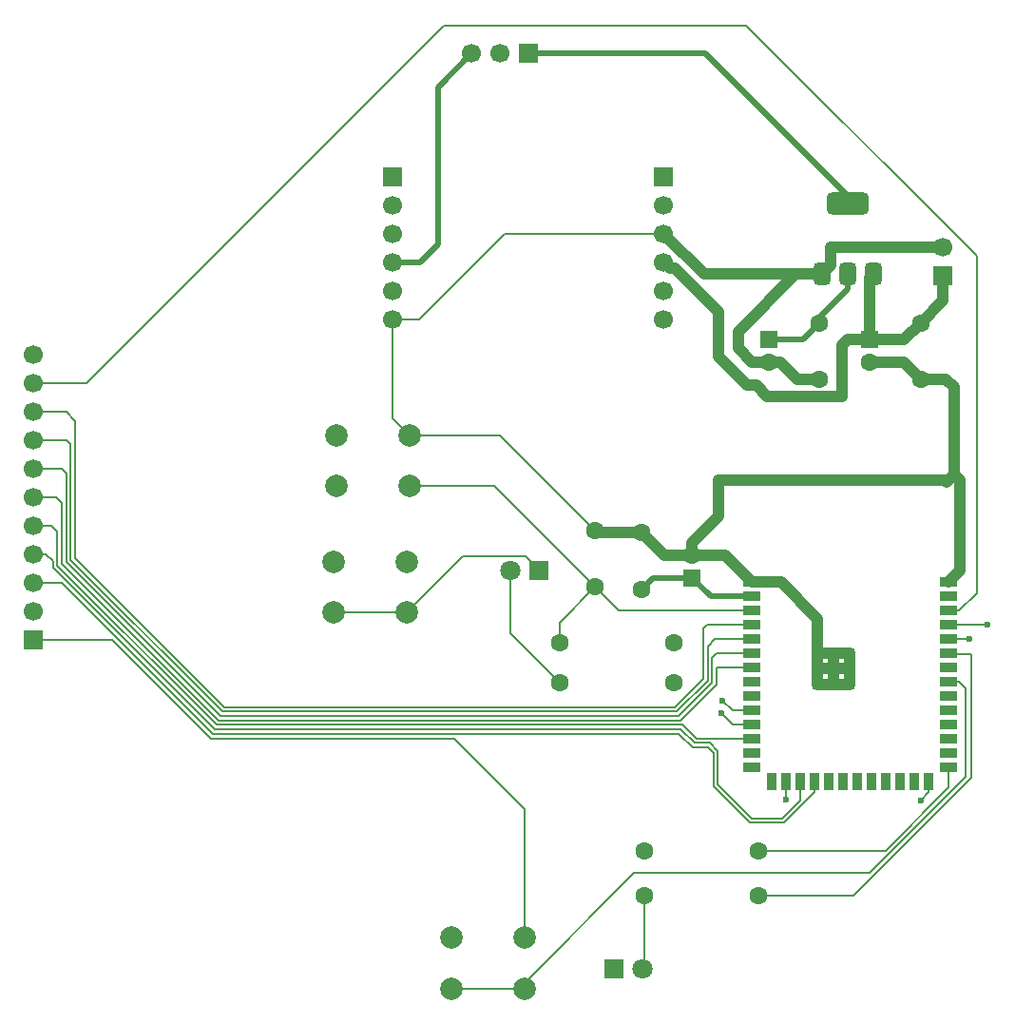
<source format=gbr>
%TF.GenerationSoftware,KiCad,Pcbnew,9.0.5*%
%TF.CreationDate,2025-11-26T15:00:46+01:00*%
%TF.ProjectId,planA,706c616e-412e-46b6-9963-61645f706362,rev?*%
%TF.SameCoordinates,Original*%
%TF.FileFunction,Copper,L1,Top*%
%TF.FilePolarity,Positive*%
%FSLAX46Y46*%
G04 Gerber Fmt 4.6, Leading zero omitted, Abs format (unit mm)*
G04 Created by KiCad (PCBNEW 9.0.5) date 2025-11-26 15:00:46*
%MOMM*%
%LPD*%
G01*
G04 APERTURE LIST*
G04 Aperture macros list*
%AMRoundRect*
0 Rectangle with rounded corners*
0 $1 Rounding radius*
0 $2 $3 $4 $5 $6 $7 $8 $9 X,Y pos of 4 corners*
0 Add a 4 corners polygon primitive as box body*
4,1,4,$2,$3,$4,$5,$6,$7,$8,$9,$2,$3,0*
0 Add four circle primitives for the rounded corners*
1,1,$1+$1,$2,$3*
1,1,$1+$1,$4,$5*
1,1,$1+$1,$6,$7*
1,1,$1+$1,$8,$9*
0 Add four rect primitives between the rounded corners*
20,1,$1+$1,$2,$3,$4,$5,0*
20,1,$1+$1,$4,$5,$6,$7,0*
20,1,$1+$1,$6,$7,$8,$9,0*
20,1,$1+$1,$8,$9,$2,$3,0*%
G04 Aperture macros list end*
%TA.AperFunction,SMDPad,CuDef*%
%ADD10RoundRect,0.375000X0.375000X-0.625000X0.375000X0.625000X-0.375000X0.625000X-0.375000X-0.625000X0*%
%TD*%
%TA.AperFunction,SMDPad,CuDef*%
%ADD11RoundRect,0.500000X1.400000X-0.500000X1.400000X0.500000X-1.400000X0.500000X-1.400000X-0.500000X0*%
%TD*%
%TA.AperFunction,ComponentPad*%
%ADD12C,1.600000*%
%TD*%
%TA.AperFunction,ComponentPad*%
%ADD13R,1.800000X1.800000*%
%TD*%
%TA.AperFunction,ComponentPad*%
%ADD14C,1.800000*%
%TD*%
%TA.AperFunction,ComponentPad*%
%ADD15RoundRect,0.250000X-0.550000X0.550000X-0.550000X-0.550000X0.550000X-0.550000X0.550000X0.550000X0*%
%TD*%
%TA.AperFunction,ComponentPad*%
%ADD16R,1.700000X1.700000*%
%TD*%
%TA.AperFunction,ComponentPad*%
%ADD17C,1.700000*%
%TD*%
%TA.AperFunction,ComponentPad*%
%ADD18RoundRect,0.250000X0.550000X-0.550000X0.550000X0.550000X-0.550000X0.550000X-0.550000X-0.550000X0*%
%TD*%
%TA.AperFunction,ComponentPad*%
%ADD19C,2.000000*%
%TD*%
%TA.AperFunction,SMDPad,CuDef*%
%ADD20R,1.500000X0.900000*%
%TD*%
%TA.AperFunction,SMDPad,CuDef*%
%ADD21R,0.900000X1.500000*%
%TD*%
%TA.AperFunction,SMDPad,CuDef*%
%ADD22R,0.900000X0.900000*%
%TD*%
%TA.AperFunction,ViaPad*%
%ADD23C,0.600000*%
%TD*%
%TA.AperFunction,Conductor*%
%ADD24C,1.000000*%
%TD*%
%TA.AperFunction,Conductor*%
%ADD25C,0.200000*%
%TD*%
%TA.AperFunction,Conductor*%
%ADD26C,0.500000*%
%TD*%
G04 APERTURE END LIST*
D10*
%TO.P,U2,1,GND*%
%TO.N,GND*%
X136950000Y-72820000D03*
%TO.P,U2,2,VO*%
%TO.N,VCC_3.3V*%
X139250000Y-72820000D03*
D11*
X139250000Y-66520000D03*
D10*
%TO.P,U2,3,VI*%
%TO.N,BT_7.4V*%
X141550000Y-72820000D03*
%TD*%
D12*
%TO.P,C2,1*%
%TO.N,BT_7.4V*%
X145750000Y-77170000D03*
%TO.P,C2,2*%
%TO.N,GND*%
X145750000Y-82170000D03*
%TD*%
D13*
%TO.P,Power,1,K*%
%TO.N,GND*%
X111750000Y-99170000D03*
D14*
%TO.P,Power,2,A*%
%TO.N,Net-(D1-A)*%
X109210000Y-99170000D03*
%TD*%
D12*
%TO.P,R4,1*%
%TO.N,ESP_3.3V*%
X121170000Y-124170000D03*
%TO.P,R4,2*%
%TO.N,Net-(U1-GPIO0{slash}BOOT)*%
X131330000Y-124170000D03*
%TD*%
D15*
%TO.P,C1,1*%
%TO.N,BT_7.4V*%
X141250000Y-78670000D03*
D12*
%TO.P,C1,2*%
%TO.N,GND*%
X141250000Y-80670000D03*
%TD*%
D16*
%TO.P,Battery,1,+*%
%TO.N,BT_7.4V*%
X147750000Y-72945000D03*
D17*
%TO.P,Battery,2,-*%
%TO.N,GND*%
X147750000Y-70405000D03*
%TD*%
D16*
%TO.P,SN1,1,GND*%
%TO.N,GND*%
X66750000Y-105370000D03*
D17*
%TO.P,SN1,2,IR*%
%TO.N,ESP_3.3V*%
X66750000Y-102830000D03*
%TO.P,SN1,3,D1*%
%TO.N,Net-(SN1-D1)*%
X66750000Y-100290000D03*
%TO.P,SN1,4,D2*%
%TO.N,Net-(SN1-D2)*%
X66750000Y-97750000D03*
%TO.P,SN1,5,D3*%
%TO.N,Net-(SN1-D3)*%
X66750000Y-95210000D03*
%TO.P,SN1,6,D4*%
%TO.N,Net-(SN1-D4)*%
X66750000Y-92670000D03*
%TO.P,SN1,7,D5*%
%TO.N,Net-(SN1-D5)*%
X66750000Y-90130000D03*
%TO.P,SN1,8,D6*%
%TO.N,Net-(SN1-D6)*%
X66750000Y-87590000D03*
%TO.P,SN1,9,D7*%
%TO.N,Net-(SN1-D7)*%
X66750000Y-85050000D03*
%TO.P,SN1,10,D8*%
%TO.N,Net-(SN1-D8)*%
X66750000Y-82510000D03*
%TO.P,SN1,11,VCC*%
%TO.N,ESP_3.3V*%
X66750000Y-79970000D03*
%TD*%
D18*
%TO.P,C5,1*%
%TO.N,ESP_3.3V*%
X125400000Y-99860000D03*
D12*
%TO.P,C5,2*%
%TO.N,GND*%
X125400000Y-97860000D03*
%TD*%
%TO.P,C7,1*%
%TO.N,Net-(U1-EN)*%
X116750000Y-100670000D03*
%TO.P,C7,2*%
%TO.N,GND*%
X116750000Y-95670000D03*
%TD*%
D16*
%TO.P,J1,1,DTR*%
%TO.N,unconnected-(J1-DTR-Pad1)*%
X98750000Y-64130000D03*
D17*
%TO.P,J1,2,RX*%
%TO.N,TXD0*%
X98750000Y-66670000D03*
%TO.P,J1,3,TX*%
%TO.N,RXD0*%
X98750000Y-69210000D03*
%TO.P,J1,4,VCC*%
%TO.N,Net-(J1-VCC)*%
X98750000Y-71750000D03*
%TO.P,J1,5,CTS*%
%TO.N,unconnected-(J1-CTS-Pad5)*%
X98750000Y-74290000D03*
%TO.P,J1,6,GND*%
%TO.N,GND*%
X98750000Y-76830000D03*
%TD*%
D12*
%TO.P,R1,1*%
%TO.N,ESP_3.3V*%
X123750000Y-109170000D03*
%TO.P,R1,2*%
%TO.N,Net-(D1-A)*%
X113590000Y-109170000D03*
%TD*%
D19*
%TO.P,Boot,1,1*%
%TO.N,Net-(U1-GPIO0{slash}BOOT)*%
X93500000Y-98420000D03*
X100000000Y-98420000D03*
%TO.P,Boot,2,2*%
%TO.N,GND*%
X93500000Y-102920000D03*
X100000000Y-102920000D03*
%TD*%
D15*
%TO.P,C3,1*%
%TO.N,VCC_3.3V*%
X132250000Y-78670000D03*
D12*
%TO.P,C3,2*%
%TO.N,GND*%
X132250000Y-80670000D03*
%TD*%
%TO.P,R2,1*%
%TO.N,ESP_3.3V*%
X123750000Y-105670000D03*
%TO.P,R2,2*%
%TO.N,Net-(U1-EN)*%
X113590000Y-105670000D03*
%TD*%
D16*
%TO.P,USB Vcc Bat.,1,Pin_1*%
%TO.N,VCC_3.3V*%
X110830000Y-53170000D03*
D17*
%TO.P,USB Vcc Bat.,2,Pin_2*%
%TO.N,ESP_3.3V*%
X108290000Y-53170000D03*
%TO.P,USB Vcc Bat.,3,Pin_3*%
%TO.N,Net-(J1-VCC)*%
X105750000Y-53170000D03*
%TD*%
D19*
%TO.P,Start/Stop,1,1*%
%TO.N,GND*%
X104000000Y-131920000D03*
X110500000Y-131920000D03*
%TO.P,Start/Stop,2,2*%
%TO.N,Net-(U1-MTDO{slash}GPIO40{slash}CLK_OUT2)*%
X104000000Y-136420000D03*
X110500000Y-136420000D03*
%TD*%
D13*
%TO.P,Wifi,1,K*%
%TO.N,GND*%
X118475000Y-134670000D03*
D14*
%TO.P,Wifi,2,A*%
%TO.N,Net-(D4-A)*%
X121015000Y-134670000D03*
%TD*%
D19*
%TO.P,Reset,1,1*%
%TO.N,GND*%
X93750000Y-87170000D03*
X100250000Y-87170000D03*
%TO.P,Reset,2,2*%
%TO.N,Net-(U1-EN)*%
X93750000Y-91670000D03*
X100250000Y-91670000D03*
%TD*%
D12*
%TO.P,R3,1*%
%TO.N,Net-(D4-A)*%
X121170000Y-128170000D03*
%TO.P,R3,2*%
%TO.N,Net-(U1-MTMS{slash}GPIO42)*%
X131330000Y-128170000D03*
%TD*%
D16*
%TO.P,DRV8833,1,IN4*%
%TO.N,GPIO18*%
X122877500Y-64161250D03*
D17*
%TO.P,DRV8833,2,IN3*%
%TO.N,GPIO17*%
X122877500Y-66701250D03*
%TO.P,DRV8833,3,GND*%
%TO.N,GND*%
X122877500Y-69241250D03*
%TO.P,DRV8833,4,VCC*%
%TO.N,BT_7.4V*%
X122877500Y-71781250D03*
%TO.P,DRV8833,5,IN2*%
%TO.N,GPIO45*%
X122877500Y-74321250D03*
%TO.P,DRV8833,6,IN1*%
%TO.N,GPIO46*%
X122877500Y-76861250D03*
%TD*%
D20*
%TO.P,U1,1,GND*%
%TO.N,GND*%
X130750000Y-100240000D03*
%TO.P,U1,2,3V3*%
%TO.N,ESP_3.3V*%
X130750000Y-101510000D03*
%TO.P,U1,3,EN*%
%TO.N,Net-(U1-EN)*%
X130750000Y-102780000D03*
%TO.P,U1,4,GPIO4/TOUCH4/ADC1_CH3*%
%TO.N,Net-(SN1-D7)*%
X130750000Y-104050000D03*
%TO.P,U1,5,GPIO5/TOUCH5/ADC1_CH4*%
%TO.N,Net-(SN1-D6)*%
X130750000Y-105320000D03*
%TO.P,U1,6,GPIO6/TOUCH6/ADC1_CH5*%
%TO.N,Net-(SN1-D5)*%
X130750000Y-106590000D03*
%TO.P,U1,7,GPIO7/TOUCH7/ADC1_CH6*%
%TO.N,Net-(SN1-D4)*%
X130750000Y-107860000D03*
%TO.P,U1,8,GPIO15/U0RTS/ADC2_CH4/XTAL_32K_P*%
%TO.N,unconnected-(U1-GPIO15{slash}U0RTS{slash}ADC2_CH4{slash}XTAL_32K_P-Pad8)*%
X130750000Y-109130000D03*
%TO.P,U1,9,GPIO16/U0CTS/ADC2_CH5/XTAL_32K_N*%
%TO.N,unconnected-(U1-GPIO16{slash}U0CTS{slash}ADC2_CH5{slash}XTAL_32K_N-Pad9)*%
X130750000Y-110400000D03*
%TO.P,U1,10,GPIO17/U1TXD/ADC2_CH6*%
%TO.N,GPIO17*%
X130750000Y-111670000D03*
%TO.P,U1,11,GPIO18/U1RXD/ADC2_CH7/CLK_OUT3*%
%TO.N,GPIO18*%
X130750000Y-112940000D03*
%TO.P,U1,12,GPIO8/TOUCH8/ADC1_CH7/SUBSPICS1*%
%TO.N,Net-(SN1-D3)*%
X130750000Y-114210000D03*
%TO.P,U1,13,GPIO19/U1RTS/ADC2_CH8/CLK_OUT2/USB_D-*%
%TO.N,unconnected-(U1-GPIO19{slash}U1RTS{slash}ADC2_CH8{slash}CLK_OUT2{slash}USB_D--Pad13)*%
X130750000Y-115480000D03*
%TO.P,U1,14,GPIO20/U1CTS/ADC2_CH9/CLK_OUT1/USB_D+*%
%TO.N,unconnected-(U1-GPIO20{slash}U1CTS{slash}ADC2_CH9{slash}CLK_OUT1{slash}USB_D+-Pad14)*%
X130750000Y-116750000D03*
D21*
%TO.P,U1,15,GPIO3/TOUCH3/ADC1_CH2*%
%TO.N,unconnected-(U1-GPIO3{slash}TOUCH3{slash}ADC1_CH2-Pad15)*%
X132515000Y-118000000D03*
%TO.P,U1,16,GPIO46*%
%TO.N,GPIO46*%
X133785000Y-118000000D03*
%TO.P,U1,17,GPIO9/TOUCH9/ADC1_CH8/FSPIHD/SUBSPIHD*%
%TO.N,Net-(SN1-D2)*%
X135055000Y-118000000D03*
%TO.P,U1,18,GPIO10/TOUCH10/ADC1_CH9/FSPICS0/FSPIIO4/SUBSPICS0*%
%TO.N,Net-(SN1-D1)*%
X136325000Y-118000000D03*
%TO.P,U1,19,GPIO11/TOUCH11/ADC2_CH0/FSPID/FSPIIO5/SUBSPID*%
%TO.N,unconnected-(U1-GPIO11{slash}TOUCH11{slash}ADC2_CH0{slash}FSPID{slash}FSPIIO5{slash}SUBSPID-Pad19)*%
X137595000Y-118000000D03*
%TO.P,U1,20,GPIO12/TOUCH12/ADC2_CH1/FSPICLK/FSPIIO6/SUBSPICLK*%
%TO.N,unconnected-(U1-GPIO12{slash}TOUCH12{slash}ADC2_CH1{slash}FSPICLK{slash}FSPIIO6{slash}SUBSPICLK-Pad20)*%
X138865000Y-118000000D03*
%TO.P,U1,21,GPIO13/TOUCH13/ADC2_CH2/FSPIQ/FSPIIO7/SUBSPIQ*%
%TO.N,unconnected-(U1-GPIO13{slash}TOUCH13{slash}ADC2_CH2{slash}FSPIQ{slash}FSPIIO7{slash}SUBSPIQ-Pad21)*%
X140135000Y-118000000D03*
%TO.P,U1,22,GPIO14/TOUCH14/ADC2_CH3/FSPIWP/FSPIDQS/SUBSPIWP*%
%TO.N,unconnected-(U1-GPIO14{slash}TOUCH14{slash}ADC2_CH3{slash}FSPIWP{slash}FSPIDQS{slash}SUBSPIWP-Pad22)*%
X141405000Y-118000000D03*
%TO.P,U1,23,GPIO21*%
%TO.N,unconnected-(U1-GPIO21-Pad23)*%
X142675000Y-118000000D03*
%TO.P,U1,24,GPIO47/SPICLK_P/SUBSPICLK_P_DIFF*%
%TO.N,unconnected-(U1-GPIO47{slash}SPICLK_P{slash}SUBSPICLK_P_DIFF-Pad24)*%
X143945000Y-118000000D03*
%TO.P,U1,25,GPIO48/SPICLK_N/SUBSPICLK_N_DIFF*%
%TO.N,unconnected-(U1-GPIO48{slash}SPICLK_N{slash}SUBSPICLK_N_DIFF-Pad25)*%
X145215000Y-118000000D03*
%TO.P,U1,26,GPIO45*%
%TO.N,GPIO45*%
X146485000Y-118000000D03*
D20*
%TO.P,U1,27,GPIO0/BOOT*%
%TO.N,Net-(U1-GPIO0{slash}BOOT)*%
X148250000Y-116750000D03*
%TO.P,U1,28,SPIIO6/GPIO35/FSPID/SUBSPID*%
%TO.N,unconnected-(U1-SPIIO6{slash}GPIO35{slash}FSPID{slash}SUBSPID-Pad28)*%
X148250000Y-115480000D03*
%TO.P,U1,29,SPIIO7/GPIO36/FSPICLK/SUBSPICLK*%
%TO.N,unconnected-(U1-SPIIO7{slash}GPIO36{slash}FSPICLK{slash}SUBSPICLK-Pad29)*%
X148250000Y-114210000D03*
%TO.P,U1,30,SPIDQS/GPIO37/FSPIQ/SUBSPIQ*%
%TO.N,unconnected-(U1-SPIDQS{slash}GPIO37{slash}FSPIQ{slash}SUBSPIQ-Pad30)*%
X148250000Y-112940000D03*
%TO.P,U1,31,GPIO38/FSPIWP/SUBSPIWP*%
%TO.N,unconnected-(U1-GPIO38{slash}FSPIWP{slash}SUBSPIWP-Pad31)*%
X148250000Y-111670000D03*
%TO.P,U1,32,MTCK/GPIO39/CLK_OUT3/SUBSPICS1*%
%TO.N,unconnected-(U1-MTCK{slash}GPIO39{slash}CLK_OUT3{slash}SUBSPICS1-Pad32)*%
X148250000Y-110400000D03*
%TO.P,U1,33,MTDO/GPIO40/CLK_OUT2*%
%TO.N,Net-(U1-MTDO{slash}GPIO40{slash}CLK_OUT2)*%
X148250000Y-109130000D03*
%TO.P,U1,34,MTDI/GPIO41/CLK_OUT1*%
%TO.N,unconnected-(U1-MTDI{slash}GPIO41{slash}CLK_OUT1-Pad34)*%
X148250000Y-107860000D03*
%TO.P,U1,35,MTMS/GPIO42*%
%TO.N,Net-(U1-MTMS{slash}GPIO42)*%
X148250000Y-106590000D03*
%TO.P,U1,36,U0RXD/GPIO44/CLK_OUT2*%
%TO.N,RXD0*%
X148250000Y-105320000D03*
%TO.P,U1,37,U0TXD/GPIO43/CLK_OUT1*%
%TO.N,TXD0*%
X148250000Y-104050000D03*
%TO.P,U1,38,GPIO2/TOUCH2/ADC1_CH1*%
%TO.N,Net-(SN1-D8)*%
X148250000Y-102780000D03*
%TO.P,U1,39,GPIO1/TOUCH1/ADC1_CH0*%
%TO.N,unconnected-(U1-GPIO1{slash}TOUCH1{slash}ADC1_CH0-Pad39)*%
X148250000Y-101510000D03*
%TO.P,U1,40,GND*%
%TO.N,GND*%
X148250000Y-100240000D03*
D22*
%TO.P,U1,41,GND*%
X136600000Y-106560000D03*
X136600000Y-107960000D03*
X136600000Y-109360000D03*
X136600000Y-109360000D03*
X138000000Y-106560000D03*
X138000000Y-106560000D03*
X138000000Y-107960000D03*
X138000000Y-109360000D03*
X139400000Y-106560000D03*
X139400000Y-107960000D03*
X139400000Y-109360000D03*
%TD*%
D12*
%TO.P,C4,1*%
%TO.N,VCC_3.3V*%
X136750000Y-77170000D03*
%TO.P,C4,2*%
%TO.N,GND*%
X136750000Y-82170000D03*
%TD*%
%TO.P,C6,1*%
%TO.N,ESP_3.3V*%
X120900000Y-100860000D03*
%TO.P,C6,2*%
%TO.N,GND*%
X120900000Y-95860000D03*
%TD*%
D23*
%TO.N,GPIO18*%
X128000000Y-111920000D03*
%TO.N,TXD0*%
X151750000Y-104050000D03*
%TO.N,GPIO45*%
X145750000Y-119670000D03*
%TO.N,GPIO17*%
X128125000Y-110795000D03*
%TO.N,GPIO46*%
X133785000Y-119635000D03*
%TO.N,RXD0*%
X150100000Y-105320000D03*
%TD*%
D24*
%TO.N,BT_7.4V*%
X138750000Y-83670000D02*
X132107500Y-83670000D01*
D25*
X122877500Y-72297500D02*
X122877500Y-71781250D01*
D24*
X138750000Y-79170000D02*
X138750000Y-83670000D01*
X127750000Y-80170000D02*
X127750000Y-76170000D01*
X144250000Y-78670000D02*
X145750000Y-77170000D01*
D25*
X141250000Y-78170000D02*
X141050000Y-77970000D01*
D24*
X123877500Y-72297500D02*
X123393750Y-72297500D01*
D25*
X141250000Y-73120000D02*
X141550000Y-72820000D01*
D24*
X141250000Y-78670000D02*
X144250000Y-78670000D01*
X130291500Y-82711500D02*
X127750000Y-80170000D01*
X127750000Y-76170000D02*
X123877500Y-72297500D01*
X147750000Y-72945000D02*
X147750000Y-75170000D01*
X141250000Y-78670000D02*
X141250000Y-73120000D01*
X147750000Y-75170000D02*
X145750000Y-77170000D01*
X139250000Y-78670000D02*
X138750000Y-79170000D01*
X141250000Y-78670000D02*
X139250000Y-78670000D01*
X132107500Y-83670000D02*
X131149000Y-82711500D01*
X131149000Y-82711500D02*
X130291500Y-82711500D01*
X123393750Y-72297500D02*
X122877500Y-71781250D01*
D25*
X141250000Y-78670000D02*
X141250000Y-78170000D01*
D24*
%TO.N,GND*%
X149250000Y-99240000D02*
X149250000Y-92170000D01*
X128370000Y-97860000D02*
X130750000Y-100240000D01*
X125400000Y-97860000D02*
X122900000Y-97860000D01*
X139400000Y-106560000D02*
X139400000Y-109360000D01*
D25*
X104951000Y-97969000D02*
X110549000Y-97969000D01*
X110549000Y-97969000D02*
X111750000Y-99170000D01*
D24*
X127750000Y-91170000D02*
X147952000Y-91170000D01*
X149250000Y-91170000D02*
X148750000Y-90670000D01*
D25*
X98750000Y-85670000D02*
X98750000Y-76830000D01*
D24*
X136950000Y-72820000D02*
X126456250Y-72820000D01*
X148750000Y-90670000D02*
X148750000Y-82900000D01*
X149250000Y-92170000D02*
X149250000Y-91170000D01*
X120900000Y-95860000D02*
X116940000Y-95860000D01*
X130750000Y-100240000D02*
X133320000Y-100240000D01*
X144250000Y-80670000D02*
X145750000Y-82170000D01*
X137750000Y-70405000D02*
X147750000Y-70405000D01*
X148250000Y-100240000D02*
X149250000Y-99240000D01*
X127750000Y-94378630D02*
X127750000Y-91170000D01*
X122900000Y-97860000D02*
X120900000Y-95860000D01*
D25*
X108250000Y-87170000D02*
X100250000Y-87170000D01*
X110500000Y-120420000D02*
X110500000Y-131920000D01*
X100000000Y-102920000D02*
X93500000Y-102920000D01*
D24*
X138000000Y-106560000D02*
X139400000Y-106560000D01*
X139400000Y-107960000D02*
X138000000Y-107960000D01*
X134600000Y-72820000D02*
X129500000Y-77920000D01*
X136600000Y-109360000D02*
X136600000Y-106560000D01*
D25*
X98750000Y-76830000D02*
X101090000Y-76830000D01*
D24*
X133320000Y-100240000D02*
X136600000Y-103520000D01*
D25*
X100250000Y-87170000D02*
X98750000Y-85670000D01*
D24*
X133250000Y-80670000D02*
X134750000Y-82170000D01*
D25*
X66750000Y-105370000D02*
X73748700Y-105370000D01*
D24*
X130750000Y-80670000D02*
X132250000Y-80670000D01*
X137750000Y-72020000D02*
X137750000Y-70405000D01*
X136600000Y-103520000D02*
X136600000Y-106560000D01*
X125400000Y-97860000D02*
X125400000Y-96728630D01*
X125400000Y-96728630D02*
X127750000Y-94378630D01*
X136600000Y-106560000D02*
X138000000Y-106560000D01*
X136950000Y-72820000D02*
X137750000Y-72020000D01*
D25*
X104247000Y-114167000D02*
X110500000Y-120420000D01*
D24*
X138000000Y-107960000D02*
X136600000Y-107960000D01*
X125400000Y-97860000D02*
X128370000Y-97860000D01*
X134750000Y-82170000D02*
X136750000Y-82170000D01*
D25*
X116750000Y-95670000D02*
X108250000Y-87170000D01*
X136800000Y-72670000D02*
X136950000Y-72820000D01*
D24*
X138000000Y-109360000D02*
X136600000Y-109360000D01*
X138000000Y-106560000D02*
X138000000Y-109360000D01*
D25*
X116940000Y-95860000D02*
X116750000Y-95670000D01*
D24*
X129500000Y-77920000D02*
X129500000Y-79420000D01*
X139400000Y-109360000D02*
X138000000Y-109360000D01*
X148020000Y-82170000D02*
X145750000Y-82170000D01*
X148101000Y-91319000D02*
X148750000Y-90670000D01*
D25*
X73748700Y-105370000D02*
X82545700Y-114167000D01*
X82545700Y-114167000D02*
X104247000Y-114167000D01*
D24*
X148750000Y-82900000D02*
X148020000Y-82170000D01*
D25*
X141250000Y-80670000D02*
X140750000Y-80670000D01*
X101090000Y-76830000D02*
X108678750Y-69241250D01*
D24*
X126456250Y-72820000D02*
X122877500Y-69241250D01*
D25*
X100000000Y-102920000D02*
X104951000Y-97969000D01*
D24*
X141250000Y-80670000D02*
X144250000Y-80670000D01*
X129500000Y-79420000D02*
X130750000Y-80670000D01*
D25*
X108678750Y-69241250D02*
X122877500Y-69241250D01*
D24*
X132250000Y-80670000D02*
X133250000Y-80670000D01*
X147952000Y-91170000D02*
X148101000Y-91319000D01*
D25*
X136950000Y-72820000D02*
X134600000Y-72820000D01*
D26*
%TO.N,VCC_3.3V*%
X139250000Y-65845000D02*
X126575000Y-53170000D01*
X136750000Y-76670000D02*
X139250000Y-74170000D01*
X126575000Y-53170000D02*
X110830000Y-53170000D01*
X139250000Y-74170000D02*
X139250000Y-72820000D01*
X132250000Y-78670000D02*
X135250000Y-78670000D01*
D25*
X136750000Y-77170000D02*
X136750000Y-76670000D01*
D26*
X135250000Y-78670000D02*
X136750000Y-77170000D01*
D25*
X139250000Y-66520000D02*
X139250000Y-65845000D01*
D26*
%TO.N,ESP_3.3V*%
X127050000Y-101510000D02*
X125400000Y-99860000D01*
X128400000Y-101510000D02*
X127050000Y-101510000D01*
X130750000Y-101510000D02*
X128400000Y-101510000D01*
X121900000Y-99860000D02*
X120900000Y-100860000D01*
X125400000Y-99860000D02*
X121900000Y-99860000D01*
D25*
%TO.N,Net-(D1-A)*%
X109210000Y-104790000D02*
X113590000Y-109170000D01*
X109210000Y-99170000D02*
X109210000Y-104790000D01*
%TO.N,Net-(D4-A)*%
X121170000Y-134515000D02*
X121015000Y-134670000D01*
X121170000Y-128170000D02*
X121170000Y-134515000D01*
%TO.N,Net-(U1-MTMS{slash}GPIO42)*%
X150250000Y-117670000D02*
X150250000Y-106670000D01*
X131330000Y-128170000D02*
X139750000Y-128170000D01*
X148330000Y-106670000D02*
X148250000Y-106590000D01*
X148250000Y-106590000D02*
X148670000Y-106590000D01*
X150250000Y-106670000D02*
X148330000Y-106670000D01*
X139750000Y-128170000D02*
X150250000Y-117670000D01*
%TO.N,Net-(U1-MTDO{slash}GPIO40{slash}CLK_OUT2)*%
X149750000Y-109670000D02*
X149210000Y-109130000D01*
X149210000Y-109130000D02*
X148250000Y-109130000D01*
X120250000Y-126170000D02*
X141182900Y-126170000D01*
X141182900Y-126170000D02*
X149750000Y-117602900D01*
X110500000Y-135920000D02*
X120250000Y-126170000D01*
X110500000Y-136420000D02*
X110500000Y-135920000D01*
X149750000Y-117602900D02*
X149750000Y-109670000D01*
X110500000Y-136420000D02*
X104000000Y-136420000D01*
%TO.N,GPIO18*%
X129020000Y-112940000D02*
X130750000Y-112940000D01*
X128000000Y-111920000D02*
X129020000Y-112940000D01*
%TO.N,TXD0*%
X148250000Y-104050000D02*
X151750000Y-104050000D01*
%TO.N,GPIO45*%
X146485000Y-118000000D02*
X146485000Y-118935000D01*
X146485000Y-118935000D02*
X145750000Y-119670000D01*
%TO.N,GPIO17*%
X129000000Y-111670000D02*
X130750000Y-111670000D01*
X128125000Y-110795000D02*
X129000000Y-111670000D01*
%TO.N,GPIO46*%
X133785000Y-118000000D02*
X133785000Y-119635000D01*
%TO.N,RXD0*%
X148250000Y-105320000D02*
X150100000Y-105320000D01*
D26*
%TO.N,Net-(J1-VCC)*%
X101170000Y-71750000D02*
X98750000Y-71750000D01*
X102750000Y-56170000D02*
X102750000Y-70170000D01*
X105750000Y-53170000D02*
X102750000Y-56170000D01*
X102750000Y-70170000D02*
X101170000Y-71750000D01*
D25*
%TO.N,Net-(SN1-D5)*%
X83376200Y-112162000D02*
X69651000Y-98436800D01*
X127571000Y-106590000D02*
X127202000Y-106959000D01*
X127202000Y-109192200D02*
X124232200Y-112162000D01*
X127202000Y-106959000D02*
X127202000Y-109192200D01*
X116750000Y-112162000D02*
X116732200Y-112162000D01*
X69651000Y-98436800D02*
X69651000Y-90571000D01*
X116750000Y-112162000D02*
X83376200Y-112162000D01*
X130750000Y-106590000D02*
X127571000Y-106590000D01*
X69651000Y-90571000D02*
X69210000Y-90130000D01*
X124232200Y-112162000D02*
X116750000Y-112162000D01*
X69210000Y-90130000D02*
X66750000Y-90130000D01*
%TO.N,Net-(SN1-D1)*%
X130575800Y-121670000D02*
X127301000Y-118395200D01*
X82711800Y-113766000D02*
X69235800Y-100290000D01*
X124232200Y-113766000D02*
X82711800Y-113766000D01*
X136325000Y-118950000D02*
X133605000Y-121670000D01*
X136325000Y-118950000D02*
X136325000Y-118860000D01*
X136325000Y-118950000D02*
X136325000Y-118000000D01*
X133605000Y-121670000D02*
X130575800Y-121670000D01*
X127301000Y-118395200D02*
X127301000Y-115462300D01*
X69235800Y-100290000D02*
X66750000Y-100290000D01*
X127301000Y-115462300D02*
X126807700Y-114969000D01*
X125435200Y-114969000D02*
X124232200Y-113766000D01*
X126807700Y-114969000D02*
X125435200Y-114969000D01*
%TO.N,Net-(SN1-D8)*%
X150750000Y-101230000D02*
X149200000Y-102780000D01*
X130250000Y-50670000D02*
X150750000Y-71170000D01*
X149200000Y-102780000D02*
X148250000Y-102780000D01*
X71410000Y-82510000D02*
X103250000Y-50670000D01*
X66750000Y-82510000D02*
X71410000Y-82510000D01*
X150750000Y-71170000D02*
X150750000Y-101230000D01*
X103250000Y-50670000D02*
X130250000Y-50670000D01*
%TO.N,Net-(SN1-D3)*%
X125767400Y-114167000D02*
X127139900Y-114167000D01*
X68849000Y-98769000D02*
X83044000Y-112964000D01*
X83044000Y-112964000D02*
X124564400Y-112964000D01*
X124564400Y-112964000D02*
X125767400Y-114167000D01*
X127182900Y-114210000D02*
X130750000Y-114210000D01*
X68290000Y-95210000D02*
X68849000Y-95769000D01*
X66750000Y-95210000D02*
X68290000Y-95210000D01*
X127139900Y-114167000D02*
X127182900Y-114210000D01*
X68849000Y-95769000D02*
X68849000Y-98769000D01*
%TO.N,Net-(SN1-D6)*%
X70052000Y-98270700D02*
X70052000Y-87972000D01*
X83542300Y-111761000D02*
X70052000Y-98270700D01*
X126801000Y-109026100D02*
X124066100Y-111761000D01*
X124066100Y-111761000D02*
X116341000Y-111761000D01*
X126801000Y-105959000D02*
X126801000Y-109026100D01*
X127440000Y-105320000D02*
X126801000Y-105959000D01*
X70052000Y-87972000D02*
X69670000Y-87590000D01*
X69670000Y-87590000D02*
X66750000Y-87590000D01*
X116341000Y-111761000D02*
X83542300Y-111761000D01*
X130750000Y-105320000D02*
X127440000Y-105320000D01*
X116341000Y-111761000D02*
X116301000Y-111761000D01*
%TO.N,Net-(SN1-D2)*%
X67830000Y-97750000D02*
X66750000Y-97750000D01*
X135055000Y-118000000D02*
X135055000Y-119652900D01*
X68448000Y-98368000D02*
X67830000Y-97750000D01*
X68448000Y-98935100D02*
X68448000Y-98368000D01*
X125601300Y-114568000D02*
X124398300Y-113365000D01*
X124398300Y-113365000D02*
X82877900Y-113365000D01*
X127702000Y-118229100D02*
X127702000Y-115296200D01*
X135055000Y-119652900D02*
X133438900Y-121269000D01*
X127702000Y-115296200D02*
X126973800Y-114568000D01*
X133438900Y-121269000D02*
X130741900Y-121269000D01*
X130741900Y-121269000D02*
X127702000Y-118229100D01*
X82877900Y-113365000D02*
X68448000Y-98935100D01*
X126973800Y-114568000D02*
X125601300Y-114568000D01*
%TO.N,Net-(SN1-D4)*%
X69250000Y-98602900D02*
X69250000Y-93170000D01*
X83210100Y-112563000D02*
X69250000Y-98602900D01*
X130750000Y-107860000D02*
X127603000Y-107860000D01*
X124398300Y-112563000D02*
X83210100Y-112563000D01*
X127603000Y-107860000D02*
X127603000Y-109358300D01*
X68750000Y-92670000D02*
X66750000Y-92670000D01*
X127603000Y-109358300D02*
X124398300Y-112563000D01*
X69250000Y-93170000D02*
X68750000Y-92670000D01*
%TO.N,Net-(SN1-D7)*%
X126400000Y-108860000D02*
X123900000Y-111360000D01*
X123900000Y-111360000D02*
X83708400Y-111360000D01*
X70453000Y-85873000D02*
X69630000Y-85050000D01*
X130750000Y-104050000D02*
X126710000Y-104050000D01*
X69630000Y-85050000D02*
X66750000Y-85050000D01*
X126400000Y-104360000D02*
X126400000Y-108860000D01*
X83708400Y-111360000D02*
X70453000Y-98104600D01*
X70453000Y-98104600D02*
X70453000Y-85873000D01*
X126710000Y-104050000D02*
X126400000Y-104360000D01*
%TO.N,Net-(U1-EN)*%
X130750000Y-102780000D02*
X118860000Y-102780000D01*
X107750000Y-91670000D02*
X100250000Y-91670000D01*
X118860000Y-102780000D02*
X116750000Y-100670000D01*
X116750000Y-100670000D02*
X107750000Y-91670000D01*
X113590000Y-105670000D02*
X113590000Y-103830000D01*
X113590000Y-103830000D02*
X116750000Y-100670000D01*
%TO.N,Net-(U1-GPIO0{slash}BOOT)*%
X142615800Y-124170000D02*
X148250000Y-118535800D01*
X148250000Y-118535800D02*
X148250000Y-116750000D01*
X131330000Y-124170000D02*
X142615800Y-124170000D01*
%TD*%
M02*

</source>
